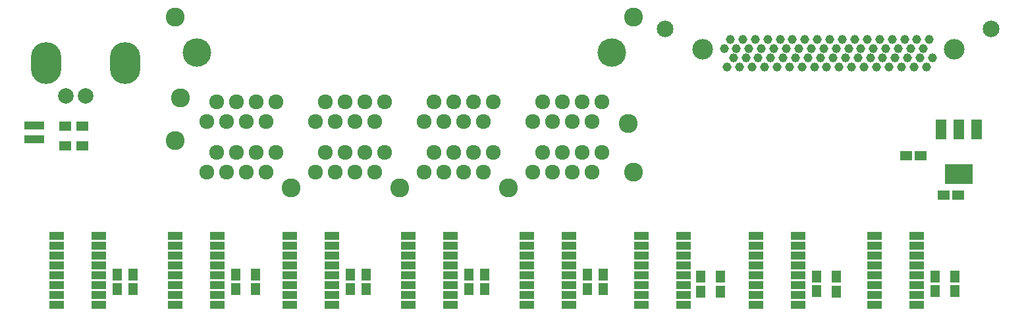
<source format=gts>
G04 #@! TF.FileFunction,Soldermask,Top*
%FSLAX46Y46*%
G04 Gerber Fmt 4.6, Leading zero omitted, Abs format (unit mm)*
G04 Created by KiCad (PCBNEW 4.0.1-3.201512221402+6198~38~ubuntu14.04.1-stable) date Fri 12 Feb 2016 10:18:42 AM MST*
%MOMM*%
G01*
G04 APERTURE LIST*
%ADD10C,0.100000*%
%ADD11C,1.155040*%
%ADD12C,2.650000*%
%ADD13C,2.150000*%
%ADD14C,1.924000*%
%ADD15C,2.432000*%
%ADD16C,3.676600*%
%ADD17R,1.900000X1.000000*%
%ADD18R,3.650000X2.550000*%
%ADD19R,1.350000X2.550000*%
%ADD20O,3.900120X5.401260*%
%ADD21C,2.000200*%
%ADD22R,1.000000X1.000000*%
%ADD23R,0.800000X1.000000*%
%ADD24R,1.150000X1.600000*%
%ADD25R,1.600000X1.150000*%
%ADD26R,1.600000X1.300000*%
G04 APERTURE END LIST*
D10*
D11*
X188168000Y-72354000D03*
X187768000Y-70004000D03*
X188968000Y-71204000D03*
X189768000Y-72354000D03*
X190568000Y-71204000D03*
X191368000Y-72354000D03*
X192168000Y-71204000D03*
X192968000Y-72354000D03*
X193768000Y-71204000D03*
X194568000Y-72354000D03*
X195368000Y-71204000D03*
X196168000Y-72354000D03*
X196968000Y-71204000D03*
X197768000Y-72354000D03*
X198568000Y-71204000D03*
X199368000Y-72354000D03*
X200168000Y-71204000D03*
X200968000Y-72354000D03*
X201768000Y-71204000D03*
X202568000Y-72354000D03*
X203368000Y-71204000D03*
X204168000Y-72354000D03*
X204968000Y-71204000D03*
X205768000Y-72354000D03*
X206568000Y-71204000D03*
X207368000Y-72354000D03*
X208168000Y-71204000D03*
X208968000Y-72354000D03*
X209768000Y-71204000D03*
X210568000Y-72354000D03*
X211368000Y-71204000D03*
X212168000Y-72354000D03*
X212968000Y-71204000D03*
X213768000Y-72354000D03*
X214568000Y-71204000D03*
X188568000Y-68854000D03*
X189368000Y-70004000D03*
X190168000Y-68854000D03*
X190968000Y-70004000D03*
X191768000Y-68854000D03*
X192568000Y-70004000D03*
X193368000Y-68854000D03*
X194168000Y-70004000D03*
X194968000Y-68854000D03*
X195768000Y-70004000D03*
X196568000Y-68854000D03*
X197368000Y-70004000D03*
X198168000Y-68854000D03*
X198968000Y-70004000D03*
X199768000Y-68854000D03*
X200568000Y-70004000D03*
X201368000Y-68854000D03*
X202168000Y-70004000D03*
X202968000Y-68854000D03*
X203768000Y-70004000D03*
X204568000Y-68854000D03*
X205368000Y-70004000D03*
X206168000Y-68854000D03*
X206968000Y-70004000D03*
X207768000Y-68854000D03*
X208568000Y-70004000D03*
X209368000Y-68854000D03*
X210168000Y-70004000D03*
X210968000Y-68854000D03*
X211768000Y-70004000D03*
X212568000Y-68854000D03*
X213368000Y-70004000D03*
X214168000Y-68854000D03*
D12*
X217348000Y-70104000D03*
X184998000Y-70104000D03*
D13*
X180218000Y-67474000D03*
X222118000Y-67474000D03*
D14*
X163195000Y-85953600D03*
X164465000Y-83413600D03*
X165735000Y-85953600D03*
X167005000Y-83413600D03*
X168275000Y-85953600D03*
X169545000Y-83413600D03*
X170815000Y-85953600D03*
X172085000Y-83413600D03*
X172085000Y-76835000D03*
X158115000Y-83413600D03*
X158115000Y-76835000D03*
X144145000Y-83413600D03*
X144145000Y-76835000D03*
X130175000Y-83413600D03*
X130175000Y-76835000D03*
X167005000Y-76835000D03*
X153035000Y-83413600D03*
X153035000Y-76835000D03*
X139065000Y-83413600D03*
X139065000Y-76835000D03*
X125095000Y-83413600D03*
X125095000Y-76835000D03*
X168275000Y-79375000D03*
X154305000Y-85953600D03*
X154305000Y-79375000D03*
X140335000Y-85953600D03*
X140335000Y-79375000D03*
X126365000Y-85953600D03*
X126365000Y-79375000D03*
X169545000Y-76835000D03*
X155575000Y-83413600D03*
X155575000Y-76835000D03*
X141605000Y-83413600D03*
X141605000Y-76835000D03*
X127635000Y-83413600D03*
X127635000Y-76835000D03*
X170815000Y-79375000D03*
X156845000Y-85953600D03*
X156845000Y-79375000D03*
X142875000Y-85953600D03*
X142875000Y-79375000D03*
X128905000Y-85953600D03*
X128905000Y-79375000D03*
X165735000Y-79375000D03*
X151765000Y-85953600D03*
X151765000Y-79375000D03*
X137795000Y-85953600D03*
X137795000Y-79375000D03*
X123825000Y-85953600D03*
X123825000Y-79375000D03*
X163195000Y-79375000D03*
X149225000Y-85953600D03*
X149225000Y-79375000D03*
X135255000Y-85953600D03*
X135255000Y-79375000D03*
X121285000Y-85953600D03*
X121285000Y-79375000D03*
X164465000Y-76835000D03*
X150495000Y-83413600D03*
X150495000Y-76835000D03*
X136525000Y-83413600D03*
X136525000Y-76835000D03*
X122555000Y-83413600D03*
X122555000Y-76835000D03*
D15*
X176149000Y-85953600D03*
D16*
X173355000Y-70485000D03*
X120015000Y-70485000D03*
D15*
X160020000Y-87960200D03*
X146050000Y-87960200D03*
X132080000Y-87960200D03*
X176149000Y-65913000D03*
X175488600Y-79629000D03*
X117221000Y-81864200D03*
X117221000Y-65913000D03*
X117881400Y-76352400D03*
D17*
X137320000Y-102997000D03*
X137320000Y-101727000D03*
X137320000Y-100457000D03*
X137320000Y-99187000D03*
X137320000Y-97917000D03*
X137320000Y-96647000D03*
X137320000Y-95377000D03*
X137320000Y-94107000D03*
X131920000Y-94107000D03*
X131920000Y-95377000D03*
X131920000Y-96647000D03*
X131920000Y-97917000D03*
X131920000Y-99187000D03*
X131920000Y-100457000D03*
X131920000Y-101727000D03*
X131920000Y-102997000D03*
X152560000Y-102997000D03*
X152560000Y-101727000D03*
X152560000Y-100457000D03*
X152560000Y-99187000D03*
X152560000Y-97917000D03*
X152560000Y-96647000D03*
X152560000Y-95377000D03*
X152560000Y-94107000D03*
X147160000Y-94107000D03*
X147160000Y-95377000D03*
X147160000Y-96647000D03*
X147160000Y-97917000D03*
X147160000Y-99187000D03*
X147160000Y-100457000D03*
X147160000Y-101727000D03*
X147160000Y-102997000D03*
D18*
X217932000Y-86212000D03*
D19*
X220232000Y-80412000D03*
X217932000Y-80412000D03*
X215632000Y-80412000D03*
D17*
X197264000Y-102997000D03*
X197264000Y-101727000D03*
X197264000Y-100457000D03*
X197264000Y-99187000D03*
X197264000Y-97917000D03*
X197264000Y-96647000D03*
X197264000Y-95377000D03*
X197264000Y-94107000D03*
X191864000Y-94107000D03*
X191864000Y-95377000D03*
X191864000Y-96647000D03*
X191864000Y-97917000D03*
X191864000Y-99187000D03*
X191864000Y-100457000D03*
X191864000Y-101727000D03*
X191864000Y-102997000D03*
X182532000Y-102997000D03*
X182532000Y-101727000D03*
X182532000Y-100457000D03*
X182532000Y-99187000D03*
X182532000Y-97917000D03*
X182532000Y-96647000D03*
X182532000Y-95377000D03*
X182532000Y-94107000D03*
X177132000Y-94107000D03*
X177132000Y-95377000D03*
X177132000Y-96647000D03*
X177132000Y-97917000D03*
X177132000Y-99187000D03*
X177132000Y-100457000D03*
X177132000Y-101727000D03*
X177132000Y-102997000D03*
X167800000Y-102997000D03*
X167800000Y-101727000D03*
X167800000Y-100457000D03*
X167800000Y-99187000D03*
X167800000Y-97917000D03*
X167800000Y-96647000D03*
X167800000Y-95377000D03*
X167800000Y-94107000D03*
X162400000Y-94107000D03*
X162400000Y-95377000D03*
X162400000Y-96647000D03*
X162400000Y-97917000D03*
X162400000Y-99187000D03*
X162400000Y-100457000D03*
X162400000Y-101727000D03*
X162400000Y-102997000D03*
X107348000Y-102997000D03*
X107348000Y-101727000D03*
X107348000Y-100457000D03*
X107348000Y-99187000D03*
X107348000Y-97917000D03*
X107348000Y-96647000D03*
X107348000Y-95377000D03*
X107348000Y-94107000D03*
X101948000Y-94107000D03*
X101948000Y-95377000D03*
X101948000Y-96647000D03*
X101948000Y-97917000D03*
X101948000Y-99187000D03*
X101948000Y-100457000D03*
X101948000Y-101727000D03*
X101948000Y-102997000D03*
X122588000Y-102997000D03*
X122588000Y-101727000D03*
X122588000Y-100457000D03*
X122588000Y-99187000D03*
X122588000Y-97917000D03*
X122588000Y-96647000D03*
X122588000Y-95377000D03*
X122588000Y-94107000D03*
X117188000Y-94107000D03*
X117188000Y-95377000D03*
X117188000Y-96647000D03*
X117188000Y-97917000D03*
X117188000Y-99187000D03*
X117188000Y-100457000D03*
X117188000Y-101727000D03*
X117188000Y-102997000D03*
D20*
X100566220Y-71856600D03*
X110764320Y-71856600D03*
D21*
X105664000Y-76121260D03*
X103164640Y-76121260D03*
D22*
X99810000Y-79872000D03*
D23*
X99060000Y-79872000D03*
D22*
X98310000Y-79872000D03*
X98310000Y-81672000D03*
D23*
X99060000Y-81672000D03*
D22*
X99810000Y-81672000D03*
D17*
X212504000Y-102997000D03*
X212504000Y-101727000D03*
X212504000Y-100457000D03*
X212504000Y-99187000D03*
X212504000Y-97917000D03*
X212504000Y-96647000D03*
X212504000Y-95377000D03*
X212504000Y-94107000D03*
X207104000Y-94107000D03*
X207104000Y-95377000D03*
X207104000Y-96647000D03*
X207104000Y-97917000D03*
X207104000Y-99187000D03*
X207104000Y-100457000D03*
X207104000Y-101727000D03*
X207104000Y-102997000D03*
D24*
X156972000Y-101026000D03*
X156972000Y-99126000D03*
X172212000Y-101026000D03*
X172212000Y-99126000D03*
X187325000Y-101300000D03*
X187325000Y-99400000D03*
X141732000Y-101026000D03*
X141732000Y-99126000D03*
X127508000Y-101026000D03*
X127508000Y-99126000D03*
X111760000Y-101026000D03*
X111760000Y-99126000D03*
X217424000Y-101280000D03*
X217424000Y-99380000D03*
X202184000Y-101300000D03*
X202184000Y-99400000D03*
X214884000Y-101280000D03*
X214884000Y-99380000D03*
X109728000Y-101026000D03*
X109728000Y-99126000D03*
X199644000Y-101260000D03*
X199644000Y-99360000D03*
X139700000Y-101026000D03*
X139700000Y-99126000D03*
X170180000Y-101026000D03*
X170180000Y-99126000D03*
X184785000Y-101300000D03*
X184785000Y-99400000D03*
X124968000Y-101026000D03*
X124968000Y-99126000D03*
X154940000Y-101026000D03*
X154940000Y-99126000D03*
D25*
X213040000Y-83820000D03*
X211140000Y-83820000D03*
X217866000Y-88900000D03*
X215966000Y-88900000D03*
D26*
X103040000Y-82550000D03*
X105240000Y-82550000D03*
X105240000Y-80010000D03*
X103040000Y-80010000D03*
M02*

</source>
